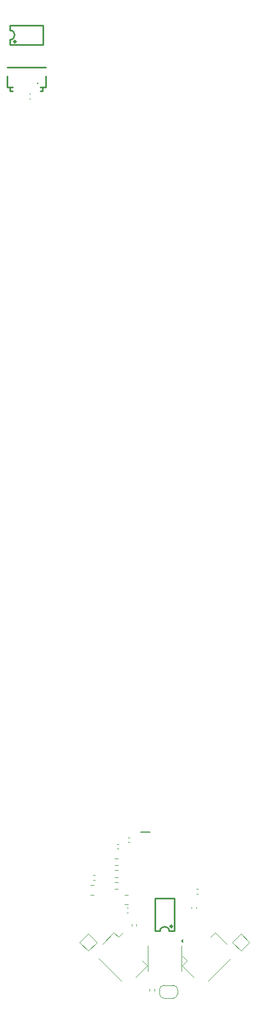
<source format=gbr>
%TF.GenerationSoftware,KiCad,Pcbnew,8.0.7-8.0.7-0~ubuntu22.04.1*%
%TF.CreationDate,2025-01-08T19:04:50+01:00*%
%TF.ProjectId,bldc_servo_mini_v1,626c6463-5f73-4657-9276-6f5f6d696e69,rev?*%
%TF.SameCoordinates,Original*%
%TF.FileFunction,Legend,Top*%
%TF.FilePolarity,Positive*%
%FSLAX46Y46*%
G04 Gerber Fmt 4.6, Leading zero omitted, Abs format (unit mm)*
G04 Created by KiCad (PCBNEW 8.0.7-8.0.7-0~ubuntu22.04.1) date 2025-01-08 19:04:50*
%MOMM*%
%LPD*%
G01*
G04 APERTURE LIST*
%ADD10C,0.120000*%
%ADD11C,0.254000*%
%ADD12C,0.300000*%
%ADD13C,0.200000*%
%ADD14C,0.000000*%
G04 APERTURE END LIST*
D10*
%TO.C,PAD5*%
X113043503Y-104200000D02*
X111700000Y-105543503D01*
X111700000Y-102856497D02*
X113043503Y-104200000D01*
X111700000Y-105543503D02*
X110356497Y-104200000D01*
X110356497Y-104200000D02*
X111700000Y-102856497D01*
%TO.C,PAD4*%
X86956497Y-104200000D02*
X88300000Y-102856497D01*
X88300000Y-105543503D02*
X86956497Y-104200000D01*
X88300000Y-102856497D02*
X89643503Y-104200000D01*
X89643503Y-104200000D02*
X88300000Y-105543503D01*
%TO.C,C15*%
X89315835Y-94660000D02*
X89084165Y-94660000D01*
X89315835Y-93940000D02*
X89084165Y-93940000D01*
%TO.C,C8*%
X89161252Y-96935000D02*
X88638748Y-96935000D01*
X89161252Y-95465000D02*
X88638748Y-95465000D01*
%TO.C,C14*%
X94184165Y-98940000D02*
X94415835Y-98940000D01*
X94184165Y-99660000D02*
X94415835Y-99660000D01*
D11*
%TO.C,U1*%
X99273500Y-102495000D02*
G75*
G02*
X100726792Y-102499984I726500J-45000D01*
G01*
D12*
X101166000Y-101778000D02*
G75*
G02*
X100866000Y-101778000I-150000J0D01*
G01*
X100866000Y-101778000D02*
G75*
G02*
X101166000Y-101778000I150000J0D01*
G01*
D11*
X98500000Y-97500000D02*
X101500000Y-97500000D01*
X98500000Y-102500000D02*
X99273500Y-102500000D01*
X101500000Y-102500000D02*
X100726500Y-102500000D01*
X98500000Y-102500000D02*
X98500000Y-97500000D01*
X101500000Y-102500000D02*
X101500000Y-97500000D01*
D10*
%TO.C,C7*%
X104140000Y-99015835D02*
X104140000Y-98784165D01*
X104860000Y-99015835D02*
X104860000Y-98784165D01*
%TO.C,C16*%
X94384165Y-88860000D02*
X94615835Y-88860000D01*
X94384165Y-88140000D02*
X94615835Y-88140000D01*
%TO.C,C10*%
X95660000Y-101484165D02*
X95660000Y-101715835D01*
X94940000Y-101484165D02*
X94940000Y-101715835D01*
%TO.C,C9*%
X104884165Y-96040000D02*
X105115835Y-96040000D01*
X104884165Y-96760000D02*
X105115835Y-96760000D01*
%TO.C,C6*%
X92915835Y-89860000D02*
X92684165Y-89860000D01*
X92915835Y-89140000D02*
X92684165Y-89140000D01*
D11*
%TO.C,U4*%
X76300000Y33500000D02*
X81300000Y33500000D01*
X76300000Y36500000D02*
X81300000Y36500000D01*
X76300000Y33500000D02*
X76300000Y34273500D01*
X76300000Y36500000D02*
X76300000Y35726500D01*
X81300000Y36500000D02*
X81300000Y33500000D01*
D12*
X77172000Y33984000D02*
G75*
G02*
X76872000Y33984000I-150000J0D01*
G01*
X76872000Y33984000D02*
G75*
G02*
X77172000Y33984000I150000J0D01*
G01*
D11*
X76305000Y35726500D02*
G75*
G02*
X76300016Y34273208I-45000J-726500D01*
G01*
D10*
%TO.C,U3*%
X102560000Y-106700000D02*
X102560000Y-104750000D01*
X102560000Y-106700000D02*
X102560000Y-108650000D01*
X97440000Y-106700000D02*
X97440000Y-104750000D01*
X97440000Y-106700000D02*
X97440000Y-108650000D01*
X102795000Y-104240000D02*
X102465000Y-104000000D01*
X102795000Y-103760000D01*
X102795000Y-104240000D01*
G36*
X102795000Y-104240000D02*
G01*
X102465000Y-104000000D01*
X102795000Y-103760000D01*
X102795000Y-104240000D01*
G37*
%TO.C,R29*%
X92345276Y-91377500D02*
X92854724Y-91377500D01*
X92345276Y-92422500D02*
X92854724Y-92422500D01*
%TO.C,R16*%
X92345276Y-94977500D02*
X92854724Y-94977500D01*
X92345276Y-96022500D02*
X92854724Y-96022500D01*
%TO.C,R13*%
X92345276Y-94222500D02*
X92854724Y-94222500D01*
X92345276Y-93177500D02*
X92854724Y-93177500D01*
%TO.C,R3*%
X97720000Y-111667621D02*
X97720000Y-111332379D01*
X98480000Y-111667621D02*
X98480000Y-111332379D01*
%TO.C,JP1*%
X99200000Y-111500000D02*
G75*
G02*
X99900000Y-110800000I700000J0D01*
G01*
X99900000Y-112800000D02*
G75*
G02*
X99200000Y-112100000I0J700000D01*
G01*
X101300000Y-110800000D02*
G75*
G02*
X102000000Y-111500000I1J-699999D01*
G01*
X102000000Y-112100000D02*
G75*
G02*
X101300000Y-112800000I-699999J-1D01*
G01*
X99200000Y-112100000D02*
X99200000Y-111500000D01*
X99900000Y-110800000D02*
X101300000Y-110800000D01*
X101300000Y-112800000D02*
X99900000Y-112800000D01*
X102000000Y-111500000D02*
X102000000Y-112100000D01*
%TO.C,J6*%
X92209529Y-102685159D02*
X92951992Y-103427621D01*
X90441763Y-104452925D02*
X92209529Y-102685159D01*
X92951992Y-103427621D02*
X93652027Y-102727584D01*
X89876079Y-106673241D02*
X93326758Y-110123921D01*
X97314842Y-107790471D02*
X96572379Y-107048009D01*
X95547075Y-109558237D02*
X97314842Y-107790471D01*
%TO.C,J1*%
X109558236Y-104452925D02*
X107790470Y-102685157D01*
X107790470Y-102685157D02*
X107048007Y-103427621D01*
X106673240Y-110123923D02*
X110123922Y-106673241D01*
X103427621Y-107048007D02*
X102727585Y-106347973D01*
X104452927Y-109558236D02*
X102685159Y-107790469D01*
X102685159Y-107790469D02*
X103427621Y-107048007D01*
D13*
%TO.C,IC1*%
X96325000Y-87325000D02*
X97800000Y-87325000D01*
D14*
%TO.C,FPC_SENSOR2*%
G36*
X80530000Y27420000D02*
G01*
X80403000Y27674000D01*
X80657000Y27674000D01*
X80530000Y27420000D01*
G37*
D11*
X81801000Y27000000D02*
X81801000Y28724500D01*
X80931000Y27000000D02*
X81801000Y27000000D01*
X75800000Y27000000D02*
X75800000Y28724500D01*
X76300000Y27000000D02*
X75800000Y27000000D01*
X76300000Y27000000D02*
X76669000Y27000000D01*
X81801000Y30005000D02*
X75799000Y30005000D01*
X76300000Y26390000D02*
X76677000Y26390000D01*
X76300000Y27000000D02*
X76300000Y26390000D01*
X81250000Y26390000D02*
X81250000Y27000000D01*
X80923000Y26390000D02*
X81250000Y26390000D01*
D10*
%TO.C,C12*%
X93838748Y-98435000D02*
X94361252Y-98435000D01*
X93838748Y-96965000D02*
X94361252Y-96965000D01*
%TO.C,C11*%
X79415835Y25240000D02*
X79184165Y25240000D01*
X79415835Y25960000D02*
X79184165Y25960000D01*
%TD*%
M02*

</source>
